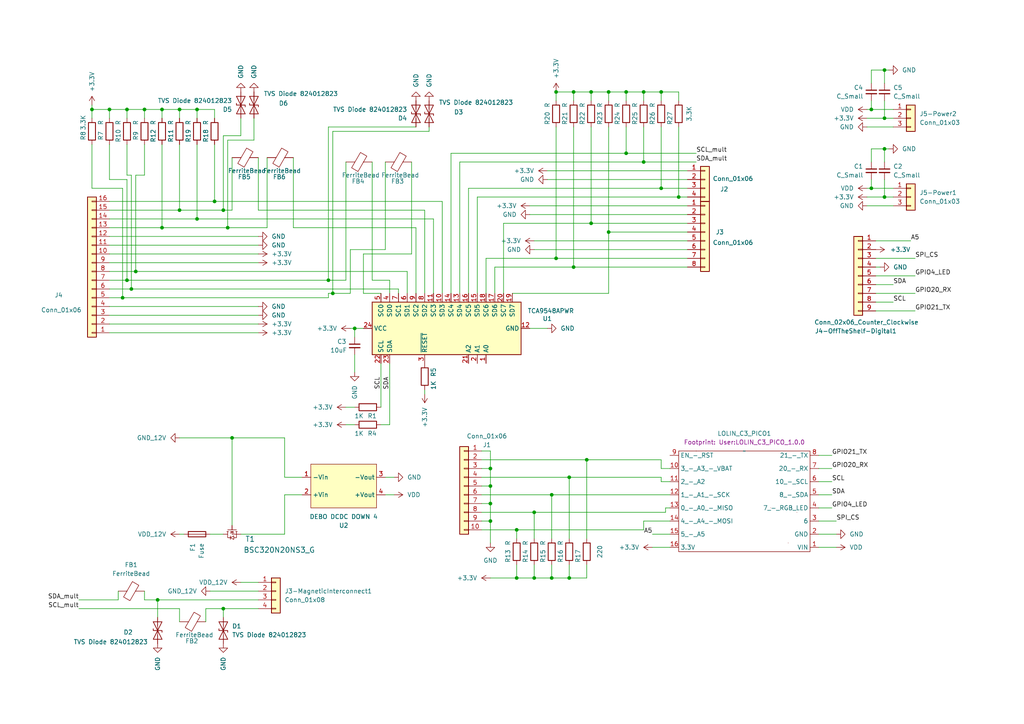
<source format=kicad_sch>
(kicad_sch (version 20231120) (generator "eeschema") (generator_version "8.0")
  (paper "A4")
  (junction (at 57.15 63.5))
  (junction (at 142.24 151.13))
  (junction (at 171.45 64.77))
  (junction (at 181.61 44.45))
  (junction (at 166.37 26.67))
  (junction (at 256.54 20.32))
  (junction (at 142.24 140.97))
  (junction (at 102.87 95.25))
  (junction (at 154.94 148.59))
  (junction (at 45.72 173.99))
  (junction (at 171.45 26.67))
  (junction (at 46.99 66.04))
  (junction (at 166.37 77.47))
  (junction (at 57.15 31.75))
  (junction (at 161.29 74.93))
  (junction (at 62.23 58.42))
  (junction (at 191.77 26.67))
  (junction (at 46.99 31.75))
  (junction (at 36.83 31.75))
  (junction (at 196.85 57.15))
  (junction (at 149.86 167.64))
  (junction (at 256.54 57.15))
  (junction (at 66.04 66.04))
  (junction (at 95.25 81.28))
  (junction (at 67.31 127))
  (junction (at 252.73 54.61))
  (junction (at 256.54 43.18))
  (junction (at 165.1 167.64))
  (junction (at 36.83 81.28))
  (junction (at 64.77 176.53))
  (junction (at 256.54 34.29))
  (junction (at 160.02 143.51))
  (junction (at 154.94 167.64))
  (junction (at 26.67 31.75))
  (junction (at 41.91 31.75))
  (junction (at 161.29 26.67))
  (junction (at 142.24 146.05))
  (junction (at 181.61 26.67))
  (junction (at 96.52 85.09))
  (junction (at 160.02 167.64))
  (junction (at 31.75 31.75))
  (junction (at 38.1 83.82))
  (junction (at 191.77 54.61))
  (junction (at 165.1 138.43))
  (junction (at 176.53 26.67))
  (junction (at 64.77 60.96))
  (junction (at 39.37 78.74))
  (junction (at 252.73 31.75))
  (junction (at 52.07 60.96))
  (junction (at 186.69 26.67))
  (junction (at 52.07 31.75))
  (junction (at 170.18 133.35))
  (junction (at 142.24 135.89))
  (junction (at 176.53 67.31))
  (junction (at 149.86 153.67))
  (junction (at 186.69 46.99))
  (junction (at 35.56 86.36))
  (wire (pts (xy 189.23 158.75) (xy 194.31 158.75)))
  (wire (pts (xy 57.15 41.91) (xy 57.15 63.5)))
  (wire (pts (xy 139.7 151.13) (xy 142.24 151.13)))
  (wire (pts (xy 102.87 95.25) (xy 105.41 95.25)))
  (wire (pts (xy 170.18 133.35) (xy 191.77 133.35)))
  (wire (pts (xy 255.27 77.47) (xy 254 77.47)))
  (wire (pts (xy 256.54 20.32) (xy 257.81 20.32)))
  (wire (pts (xy 111.76 143.51) (xy 114.3 143.51)))
  (wire (pts (xy 118.11 78.74) (xy 118.11 85.09)))
  (wire (pts (xy 124.46 36.83) (xy 124.46 38.1)))
  (wire (pts (xy 31.75 78.74) (xy 39.37 78.74)))
  (wire (pts (xy 38.1 50.8) (xy 38.1 83.82)))
  (wire (pts (xy 57.15 31.75) (xy 57.15 34.29)))
  (wire (pts (xy 95.25 36.83) (xy 95.25 81.28)))
  (wire (pts (xy 189.23 154.94) (xy 194.31 154.94)))
  (wire (pts (xy 160.02 143.51) (xy 194.31 143.51)))
  (wire (pts (xy 105.41 73.66) (xy 105.41 85.09)))
  (wire (pts (xy 154.94 72.39) (xy 199.39 72.39)))
  (wire (pts (xy 139.7 140.97) (xy 142.24 140.97)))
  (wire (pts (xy 256.54 34.29) (xy 259.08 34.29)))
  (wire (pts (xy 143.51 85.09) (xy 143.51 77.47)))
  (wire (pts (xy 31.75 91.44) (xy 74.93 91.44)))
  (wire (pts (xy 82.55 143.51) (xy 87.63 143.51)))
  (wire (pts (xy 74.93 60.96) (xy 123.19 60.96)))
  (wire (pts (xy 60.96 171.45) (xy 74.93 171.45)))
  (wire (pts (xy 139.7 146.05) (xy 142.24 146.05)))
  (wire (pts (xy 153.67 59.69) (xy 199.39 59.69)))
  (wire (pts (xy 96.52 85.09) (xy 101.6 85.09)))
  (wire (pts (xy 57.15 63.5) (xy 125.73 63.5)))
  (wire (pts (xy 142.24 140.97) (xy 142.24 146.05)))
  (wire (pts (xy 251.46 36.83) (xy 259.08 36.83)))
  (wire (pts (xy 139.7 130.81) (xy 142.24 130.81)))
  (wire (pts (xy 77.47 45.72) (xy 77.47 66.04)))
  (wire (pts (xy 82.55 154.94) (xy 82.55 143.51)))
  (wire (pts (xy 196.85 57.15) (xy 199.39 57.15)))
  (wire (pts (xy 41.91 31.75) (xy 41.91 34.29)))
  (wire (pts (xy 36.83 50.8) (xy 38.1 50.8)))
  (wire (pts (xy 256.54 29.21) (xy 256.54 34.29)))
  (wire (pts (xy 176.53 36.83) (xy 176.53 67.31)))
  (wire (pts (xy 139.7 133.35) (xy 170.18 133.35)))
  (wire (pts (xy 31.75 81.28) (xy 36.83 81.28)))
  (wire (pts (xy 38.1 83.82) (xy 31.75 83.82)))
  (wire (pts (xy 191.77 36.83) (xy 191.77 54.61)))
  (wire (pts (xy 135.89 54.61) (xy 135.89 85.09)))
  (wire (pts (xy 139.7 153.67) (xy 149.86 153.67)))
  (wire (pts (xy 115.57 83.82) (xy 115.57 85.09)))
  (wire (pts (xy 135.89 54.61) (xy 191.77 54.61)))
  (wire (pts (xy 100.33 46.99) (xy 100.33 81.28)))
  (wire (pts (xy 52.07 176.53) (xy 52.07 180.34)))
  (wire (pts (xy 66.04 40.64) (xy 66.04 66.04)))
  (wire (pts (xy 101.6 72.39) (xy 101.6 85.09)))
  (wire (pts (xy 64.77 179.07) (xy 64.77 176.53)))
  (wire (pts (xy 142.24 130.81) (xy 142.24 135.89)))
  (wire (pts (xy 46.99 31.75) (xy 46.99 34.29)))
  (wire (pts (xy 31.75 31.75) (xy 31.75 34.29)))
  (wire (pts (xy 149.86 167.64) (xy 154.94 167.64)))
  (wire (pts (xy 254 82.55) (xy 259.08 82.55)))
  (wire (pts (xy 148.59 85.09) (xy 176.53 85.09)))
  (wire (pts (xy 102.87 102.87) (xy 102.87 107.95)))
  (wire (pts (xy 252.73 43.18) (xy 256.54 43.18)))
  (wire (pts (xy 254 74.93) (xy 265.43 74.93)))
  (wire (pts (xy 31.75 63.5) (xy 57.15 63.5)))
  (wire (pts (xy 160.02 167.64) (xy 165.1 167.64)))
  (wire (pts (xy 256.54 52.07) (xy 256.54 57.15)))
  (wire (pts (xy 133.35 85.09) (xy 133.35 46.99)))
  (wire (pts (xy 57.15 31.75) (xy 62.23 31.75)))
  (wire (pts (xy 52.07 60.96) (xy 64.77 60.96)))
  (wire (pts (xy 120.65 36.83) (xy 95.25 36.83)))
  (wire (pts (xy 251.46 57.15) (xy 256.54 57.15)))
  (wire (pts (xy 46.99 41.91) (xy 46.99 66.04)))
  (wire (pts (xy 254 90.17) (xy 265.43 90.17)))
  (wire (pts (xy 73.66 40.64) (xy 66.04 40.64)))
  (wire (pts (xy 67.31 45.72) (xy 67.31 60.96)))
  (wire (pts (xy 140.97 74.93) (xy 140.97 85.09)))
  (wire (pts (xy 237.49 132.08) (xy 241.3 132.08)))
  (wire (pts (xy 186.69 26.67) (xy 186.69 29.21)))
  (wire (pts (xy 196.85 26.67) (xy 196.85 29.21)))
  (wire (pts (xy 161.29 26.67) (xy 161.29 29.21)))
  (wire (pts (xy 41.91 171.45) (xy 41.91 173.99)))
  (wire (pts (xy 110.49 123.19) (xy 113.03 123.19)))
  (wire (pts (xy 170.18 133.35) (xy 170.18 156.21)))
  (wire (pts (xy 59.69 176.53) (xy 64.77 176.53)))
  (wire (pts (xy 105.41 85.09) (xy 110.49 85.09)))
  (wire (pts (xy 101.6 95.25) (xy 102.87 95.25)))
  (wire (pts (xy 154.94 148.59) (xy 154.94 156.21)))
  (wire (pts (xy 176.53 26.67) (xy 181.61 26.67)))
  (wire (pts (xy 252.73 46.99) (xy 252.73 43.18)))
  (wire (pts (xy 31.75 31.75) (xy 36.83 31.75)))
  (wire (pts (xy 237.49 154.94) (xy 242.57 154.94)))
  (wire (pts (xy 191.77 26.67) (xy 196.85 26.67)))
  (wire (pts (xy 256.54 43.18) (xy 256.54 46.99)))
  (wire (pts (xy 143.51 77.47) (xy 166.37 77.47)))
  (wire (pts (xy 171.45 26.67) (xy 171.45 29.21)))
  (wire (pts (xy 34.29 171.45) (xy 34.29 173.99)))
  (wire (pts (xy 82.55 138.43) (xy 87.63 138.43)))
  (wire (pts (xy 166.37 36.83) (xy 166.37 77.47)))
  (wire (pts (xy 120.65 66.04) (xy 120.65 85.09)))
  (wire (pts (xy 138.43 57.15) (xy 138.43 85.09)))
  (wire (pts (xy 22.86 176.53) (xy 52.07 176.53)))
  (wire (pts (xy 186.69 153.67) (xy 186.69 151.13)))
  (wire (pts (xy 186.69 26.67) (xy 191.77 26.67)))
  (wire (pts (xy 191.77 138.43) (xy 191.77 139.7)))
  (wire (pts (xy 64.77 60.96) (xy 67.31 60.96)))
  (wire (pts (xy 69.85 39.37) (xy 64.77 39.37)))
  (wire (pts (xy 35.56 54.61) (xy 35.56 86.36)))
  (wire (pts (xy 85.09 45.72) (xy 85.09 66.04)))
  (wire (pts (xy 95.25 85.09) (xy 96.52 85.09)))
  (wire (pts (xy 254 85.09) (xy 265.43 85.09)))
  (wire (pts (xy 59.69 176.53) (xy 59.69 180.34)))
  (wire (pts (xy 128.27 58.42) (xy 128.27 85.09)))
  (wire (pts (xy 251.46 31.75) (xy 252.73 31.75)))
  (wire (pts (xy 161.29 74.93) (xy 199.39 74.93)))
  (wire (pts (xy 41.91 173.99) (xy 45.72 173.99)))
  (wire (pts (xy 111.76 138.43) (xy 114.3 138.43)))
  (wire (pts (xy 74.93 168.91) (xy 69.85 168.91)))
  (wire (pts (xy 139.7 143.51) (xy 160.02 143.51)))
  (wire (pts (xy 138.43 57.15) (xy 196.85 57.15)))
  (wire (pts (xy 193.04 147.32) (xy 194.31 147.32)))
  (wire (pts (xy 45.72 173.99) (xy 45.72 179.07)))
  (wire (pts (xy 31.75 76.2) (xy 74.93 76.2)))
  (wire (pts (xy 237.49 151.13) (xy 242.57 151.13)))
  (wire (pts (xy 26.67 54.61) (xy 35.56 54.61)))
  (wire (pts (xy 85.09 66.04) (xy 120.65 66.04)))
  (wire (pts (xy 170.18 163.83) (xy 170.18 167.64)))
  (wire (pts (xy 181.61 26.67) (xy 186.69 26.67)))
  (wire (pts (xy 102.87 95.25) (xy 102.87 97.79)))
  (wire (pts (xy 69.85 154.94) (xy 82.55 154.94)))
  (wire (pts (xy 186.69 46.99) (xy 201.93 46.99)))
  (wire (pts (xy 146.05 64.77) (xy 171.45 64.77)))
  (wire (pts (xy 171.45 26.67) (xy 176.53 26.67)))
  (wire (pts (xy 119.38 46.99) (xy 119.38 73.66)))
  (wire (pts (xy 251.46 59.69) (xy 259.08 59.69)))
  (wire (pts (xy 31.75 68.58) (xy 74.93 68.58)))
  (wire (pts (xy 186.69 151.13) (xy 194.31 151.13)))
  (wire (pts (xy 142.24 146.05) (xy 142.24 151.13)))
  (wire (pts (xy 95.25 81.28) (xy 100.33 81.28)))
  (wire (pts (xy 142.24 151.13) (xy 142.24 157.48)))
  (wire (pts (xy 171.45 36.83) (xy 171.45 64.77)))
  (wire (pts (xy 160.02 163.83) (xy 160.02 167.64)))
  (wire (pts (xy 252.73 24.13) (xy 252.73 20.32)))
  (wire (pts (xy 73.66 34.29) (xy 73.66 40.64)))
  (wire (pts (xy 165.1 163.83) (xy 165.1 167.64)))
  (wire (pts (xy 39.37 78.74) (xy 118.11 78.74)))
  (wire (pts (xy 191.77 135.89) (xy 194.31 135.89)))
  (wire (pts (xy 74.93 45.72) (xy 74.93 60.96)))
  (wire (pts (xy 140.97 74.93) (xy 161.29 74.93)))
  (wire (pts (xy 154.94 148.59) (xy 193.04 148.59)))
  (wire (pts (xy 181.61 26.67) (xy 181.61 29.21)))
  (wire (pts (xy 45.72 173.99) (xy 74.93 173.99)))
  (wire (pts (xy 252.73 52.07) (xy 252.73 54.61)))
  (wire (pts (xy 251.46 34.29) (xy 256.54 34.29)))
  (wire (pts (xy 237.49 135.89) (xy 241.3 135.89)))
  (wire (pts (xy 31.75 41.91) (xy 31.75 52.07)))
  (wire (pts (xy 31.75 66.04) (xy 46.99 66.04)))
  (wire (pts (xy 26.67 31.75) (xy 26.67 34.29)))
  (wire (pts (xy 52.07 154.94) (xy 53.34 154.94)))
  (wire (pts (xy 69.85 34.29) (xy 69.85 39.37)))
  (wire (pts (xy 252.73 31.75) (xy 259.08 31.75)))
  (wire (pts (xy 160.02 143.51) (xy 160.02 156.21)))
  (wire (pts (xy 165.1 138.43) (xy 165.1 156.21)))
  (wire (pts (xy 41.91 41.91) (xy 41.91 50.8)))
  (wire (pts (xy 154.94 69.85) (xy 199.39 69.85)))
  (wire (pts (xy 125.73 63.5) (xy 125.73 85.09)))
  (wire (pts (xy 22.86 173.99) (xy 34.29 173.99)))
  (wire (pts (xy 111.76 72.39) (xy 101.6 72.39)))
  (wire (pts (xy 149.86 163.83) (xy 149.86 167.64)))
  (wire (pts (xy 31.75 58.42) (xy 62.23 58.42)))
  (wire (pts (xy 36.83 31.75) (xy 41.91 31.75)))
  (wire (pts (xy 154.94 167.64) (xy 160.02 167.64)))
  (wire (pts (xy 256.54 43.18) (xy 257.81 43.18)))
  (wire (pts (xy 46.99 31.75) (xy 52.07 31.75)))
  (wire (pts (xy 142.24 167.64) (xy 149.86 167.64)))
  (wire (pts (xy 158.75 49.53) (xy 199.39 49.53)))
  (wire (pts (xy 176.53 85.09) (xy 176.53 67.31)))
  (wire (pts (xy 186.69 36.83) (xy 186.69 46.99)))
  (wire (pts (xy 139.7 135.89) (xy 142.24 135.89)))
  (wire (pts (xy 251.46 54.61) (xy 252.73 54.61)))
  (wire (pts (xy 26.67 30.48) (xy 26.67 31.75)))
  (wire (pts (xy 31.75 88.9) (xy 74.93 88.9)))
  (wire (pts (xy 36.83 41.91) (xy 36.83 50.8)))
  (wire (pts (xy 181.61 36.83) (xy 181.61 44.45)))
  (wire (pts (xy 95.25 86.36) (xy 95.25 85.09)))
  (wire (pts (xy 100.33 118.11) (xy 102.87 118.11)))
  (wire (pts (xy 123.19 113.03) (xy 123.19 114.3)))
  (wire (pts (xy 149.86 153.67) (xy 149.86 156.21)))
  (wire (pts (xy 191.77 26.67) (xy 191.77 29.21)))
  (wire (pts (xy 130.81 44.45) (xy 181.61 44.45)))
  (wire (pts (xy 176.53 26.67) (xy 176.53 29.21)))
  (wire (pts (xy 161.29 26.67) (xy 166.37 26.67)))
  (wire (pts (xy 31.75 86.36) (xy 35.56 86.36)))
  (wire (pts (xy 31.75 96.52) (xy 74.93 96.52)))
  (wire (pts (xy 237.49 158.75) (xy 242.57 158.75)))
  (wire (pts (xy 191.77 133.35) (xy 191.77 135.89)))
  (wire (pts (xy 191.77 139.7) (xy 194.31 139.7)))
  (wire (pts (xy 181.61 44.45) (xy 201.93 44.45)))
  (wire (pts (xy 176.53 67.31) (xy 199.39 67.31)))
  (wire (pts (xy 31.75 73.66) (xy 74.93 73.66)))
  (wire (pts (xy 26.67 41.91) (xy 26.67 54.61)))
  (wire (pts (xy 237.49 147.32) (xy 241.3 147.32)))
  (wire (pts (xy 133.35 46.99) (xy 186.69 46.99)))
  (wire (pts (xy 119.38 73.66) (xy 105.41 73.66)))
  (wire (pts (xy 124.46 38.1) (xy 96.52 38.1)))
  (wire (pts (xy 252.73 29.21) (xy 252.73 31.75)))
  (wire (pts (xy 31.75 60.96) (xy 52.07 60.96)))
  (wire (pts (xy 64.77 39.37) (xy 64.77 60.96)))
  (wire (pts (xy 237.49 139.7) (xy 241.3 139.7)))
  (wire (pts (xy 41.91 31.75) (xy 46.99 31.75)))
  (wire (pts (xy 142.24 135.89) (xy 142.24 140.97)))
  (wire (pts (xy 52.07 41.91) (xy 52.07 60.96)))
  (wire (pts (xy 254 69.85) (xy 264.16 69.85)))
  (wire (pts (xy 111.76 46.99) (xy 111.76 72.39)))
  (wire (pts (xy 123.19 60.96) (xy 123.19 85.09)))
  (wire (pts (xy 153.67 62.23) (xy 199.39 62.23)))
  (wire (pts (xy 62.23 41.91) (xy 62.23 58.42)))
  (wire (pts (xy 158.75 52.07) (xy 199.39 52.07)))
  (wire (pts (xy 52.07 31.75) (xy 57.15 31.75)))
  (wire (pts (xy 38.1 83.82) (xy 115.57 83.82)))
  (wire (pts (xy 154.94 163.83) (xy 154.94 167.64)))
  (wire (pts (xy 67.31 127) (xy 82.55 127)))
  (wire (pts (xy 139.7 148.59) (xy 154.94 148.59)))
  (wire (pts (xy 254 80.01) (xy 265.43 80.01)))
  (wire (pts (xy 96.52 38.1) (xy 96.52 85.09)))
  (wire (pts (xy 110.49 105.41) (xy 110.49 118.11)))
  (wire (pts (xy 252.73 20.32) (xy 256.54 20.32)))
  (wire (pts (xy 62.23 31.75) (xy 62.23 34.29)))
  (wire (pts (xy 107.95 46.99) (xy 107.95 81.28)))
  (wire (pts (xy 113.03 105.41) (xy 113.03 123.19)))
  (wire (pts (xy 193.04 148.59) (xy 193.04 147.32)))
  (wire (pts (xy 252.73 54.61) (xy 259.08 54.61)))
  (wire (pts (xy 60.96 154.94) (xy 64.77 154.94)))
  (wire (pts (xy 166.37 26.67) (xy 171.45 26.67)))
  (wire (pts (xy 191.77 54.61) (xy 199.39 54.61)))
  (wire (pts (xy 166.37 26.67) (xy 166.37 29.21)))
  (wire (pts (xy 36.83 52.07) (xy 36.83 81.28)))
  (wire (pts (xy 64.77 176.53) (xy 74.93 176.53)))
  (wire (pts (xy 256.54 20.32) (xy 256.54 24.13)))
  (wire (pts (xy 62.23 58.42) (xy 128.27 58.42)))
  (wire (pts (xy 41.91 50.8) (xy 39.37 50.8)))
  (wire (pts (xy 36.83 31.75) (xy 36.83 34.29)))
  (wire (pts (xy 153.67 95.25) (xy 158.75 95.25)))
  (wire (pts (xy 161.29 36.83) (xy 161.29 74.93)))
  (wire (pts (xy 107.95 81.28) (xy 113.03 81.28)))
  (wire (pts (xy 171.45 64.77) (xy 199.39 64.77)))
  (wire (pts (xy 52.07 127) (xy 67.31 127)))
  (wire (pts (xy 31.75 52.07) (xy 36.83 52.07)))
  (wire (pts (xy 149.86 153.67) (xy 186.69 153.67)))
  (wire (pts (xy 166.37 77.47) (xy 199.39 77.47)))
  (wire (pts (xy 31.75 93.98) (xy 74.93 93.98)))
  (wire (pts (xy 46.99 66.04) (xy 66.04 66.04)))
  (wire (pts (xy 52.07 31.75) (xy 52.07 34.29)))
  (wire (pts (xy 39.37 50.8) (xy 39.37 78.74)))
  (wire (pts (xy 139.7 138.43) (xy 165.1 138.43)))
  (wire (pts (xy 237.49 143.51) (xy 241.3 143.51)))
  (wire (pts (xy 130.81 85.09) (xy 130.81 44.45)))
  (wire (pts (xy 100.33 123.19) (xy 102.87 123.19)))
  (wire (pts (xy 113.03 81.28) (xy 113.03 85.09)))
  (wire (pts (xy 26.67 31.75) (xy 31.75 31.75)))
  (wire (pts (xy 35.56 86.36) (xy 95.25 86.36)))
  (wire (pts (xy 36.83 81.28) (xy 95.25 81.28)))
  (wire (pts (xy 196.85 36.83) (xy 196.85 57.15)))
  (wire (pts (xy 146.05 85.09) (xy 146.05 64.77)))
  (wire (pts (xy 165.1 167.64) (xy 170.18 167.64)))
  (wire (pts (xy 165.1 138.43) (xy 191.77 138.43)))
  (wire (pts (xy 256.54 57.15) (xy 259.08 57.15)))
  (wire (pts (xy 31.75 71.12) (xy 74.93 71.12)))
  (wire (pts (xy 254 87.63) (xy 259.08 87.63)))
  (wire (pts (xy 82.55 138.43) (xy 82.55 127)))
  (wire (pts (xy 66.04 66.04) (xy 77.47 66.04)))
  (wire (pts (xy 67.31 152.4) (xy 67.31 127)))
  (label "GPIO20_RX" (at 241.3 135.89 0))
  (label "GPIO4_LED" (at 241.3 147.32 0))
  (label "SCL" (at 259.08 87.63 0))
  (label "SDA_mult" (at 22.86 173.99 180))
  (label "A5" (at 264.16 69.85 0))
  (label "SDA" (at 241.3 143.51 0))
  (label "A5" (at 189.23 154.94 180))
  (label "SCL" (at 241.3 139.7 0))
  (label "SCL_mult" (at 201.93 44.45 0))
  (label "GPIO4_LED" (at 265.43 80.01 0))
  (label "SPI_CS" (at 242.57 151.13 0))
  (label "GPIO20_RX" (at 265.43 85.09 0))
  (label "SCL" (at 110.49 109.22 270))
  (label "SPI_CS" (at 265.43 74.93 0))
  (label "GPIO21_TX" (at 265.43 90.17 0))
  (label "SDA_mult" (at 201.93 46.99 0))
  (label "SDA" (at 113.03 109.22 270))
  (label "SDA" (at 259.08 82.55 0))
  (label "GPIO21_TX" (at 241.3 132.08 0))
  (label "SCL_mult" (at 22.86 176.53 180))
  (symbol (lib_id "UserDefined:LOLIN_C3_PICO_1.0.0") (at 215.9 130.81 0) (unit 1)
    (property "Reference" "LOLIN_C3_PICO1" (at 215.9 125.73 0))
    (property "Value" "~" (at 215.9 130.81 0))
    (property "Footprint" "User:LOLIN_C3_PICO_1.0.0" (at 215.9 128.27 0) (show_name yes))
    (property "Datasheet" "https://www.espressif.com/sites/default/files/documentation/esp32-c3_datasheet_en.pdf" (effects (hide yes)))
  )
  (symbol (lib_id "power:GND") (at 74.93 71.12 90) (mirror x) (unit 1)
    (property "Reference" "#PWR028" (effects (hide yes)))
    (property "Value" "GND" (at 78.74 71.1199 90) (effects (justify right)))
  )
  (symbol (lib_id "power:GND") (at 102.87 107.95 0) (unit 1)
    (property "Reference" "#PWR015" (effects (hide yes)))
    (property "Value" "GND" (at 102.87 111.76 90) (effects (justify right)))
  )
  (symbol (lib_id "Device:R") (at 106.68 123.19 90) (unit 1)
    (property "Reference" "R4" (at 107.95 125.73 90))
    (property "Value" "1K" (at 104.14 125.73 90))
    (property "Footprint" "Resistor_SMD:R_0805_2012Metric_Pad1.20x1.40mm_HandSolder" (effects (hide yes)))
  )
  (symbol (lib_id "Connector_Generic:Conn_01x08") (at 204.47 67.31 0) (unit 1)
    (property "Reference" "J3" (at 208.788 67.31 0))
    (property "Value" "Conn_01x06" (at 212.598 70.358 0))
    (property "Footprint" "Connector_PinHeader_2.54mm:PinHeader_1x08_P2.54mm_Vertical" (effects (hide yes)))
    (property "Description" "Generic connector, single row, 01x08, script generated (kicad-library-utils/schlib/autogen/connector/)" (effects (hide yes)))
  )
  (symbol (lib_id "power:+3.3V") (at 74.93 93.98 270) (unit 1)
    (property "Reference" "#PWR031" (effects (hide yes)))
    (property "Value" "+3.3V" (at 78.74 93.98 90) (effects (justify left)))
  )
  (symbol (lib_id "Diode:SMAJ400CA") (at 124.46 33.02 270) (unit 1)
    (property "Reference" "D3" (at 134.366 32.512 90) (effects (justify right)))
    (property "Value" "TVS Diode 824012823" (at 148.844 29.718 90) (effects (justify right)))
    (property "Footprint" "Resistor_SMD:R_0603_1608Metric_Pad0.98x0.95mm_HandSolder" (effects (hide yes)))
    (property "Datasheet" "https://www.littelfuse.com/media?resourcetype=datasheets&itemid=75e32973-b177-4ee3-a0ff-cedaf1abdb93&filename=smaj-datasheet" (effects (hide yes)))
    (property "Description" "600W bidirectional Transient Voltage Suppressor, 400.0Vr, SMA(DO-214AC)" (effects (hide yes)))
  )
  (symbol (lib_id "power:VDD") (at 52.07 154.94 90) (mirror x) (unit 1)
    (property "Reference" "#PWR021" (effects (hide yes)))
    (property "Value" "VDD_12V" (at 48.26 154.94 90) (effects (justify left)))
  )
  (symbol (lib_id "Device:FerriteBead") (at 38.1 171.45 90) (unit 1)
    (property "Reference" "FB1" (at 38.0492 163.83 90))
    (property "Value" "FerriteBead" (at 38.0492 166.37 90))
    (property "Footprint" "Resistor_SMD:R_0805_2012Metric_Pad1.20x1.40mm_HandSolder" (effects (hide yes)))
    (property "Description" "Ferrite bead" (effects (hide yes)))
  )
  (symbol (lib_id "power:GND") (at 69.85 26.67 180) (unit 1)
    (property "Reference" "#PWR051" (effects (hide yes)))
    (property "Value" "GND" (at 69.8499 22.86 90) (effects (justify right)))
  )
  (symbol (lib_id "Diode:SMAJ250CA") (at 69.85 30.48 270) (unit 1)
    (property "Reference" "D5" (at 67.31 31.7501 90) (effects (justify right)))
    (property "Value" "TVS Diode 824012823" (at 67.31 29.2101 90) (effects (justify right)))
    (property "Footprint" "Resistor_SMD:R_0603_1608Metric_Pad0.98x0.95mm_HandSolder" (effects (hide yes)))
    (property "Datasheet" "https://www.littelfuse.com/media?resourcetype=datasheets&itemid=75e32973-b177-4ee3-a0ff-cedaf1abdb93&filename=smaj-datasheet" (effects (hide yes)))
    (property "Description" "600W bidirectional Transient Voltage Suppressor, 250.0Vr, SMA(DO-214AC)" (effects (hide yes)))
  )
  (symbol (lib_id "power:GND") (at 45.72 186.69 0) (unit 1)
    (property "Reference" "#PWR038" (effects (hide yes)))
    (property "Value" "GND" (at 45.7201 190.5 90) (effects (justify right)))
  )
  (symbol (lib_id "power:GND") (at 154.94 72.39 270) (unit 1)
    (property "Reference" "#PWR050" (effects (hide yes)))
    (property "Value" "GND" (at 151.13 72.3901 90) (effects (justify right)))
  )
  (symbol (lib_id "Device:R") (at 166.37 33.02 0) (unit 1)
    (property "Reference" "R21" (at 163.83 34.29 90))
    (property "Value" "R" (at 163.83 30.48 90))
    (property "Footprint" "Resistor_SMD:R_0805_2012Metric_Pad1.20x1.40mm_HandSolder" (effects (hide yes)))
  )
  (symbol (lib_id "power:+3.3V") (at 100.33 118.11 90) (unit 1)
    (property "Reference" "#PWR016" (effects (hide yes)))
    (property "Value" "+3.3V" (at 96.52 118.11 90) (effects (justify left)))
  )
  (symbol (lib_id "power:GND") (at 257.81 20.32 90) (unit 1)
    (property "Reference" "#PWR026" (effects (hide yes)))
    (property "Value" "GND" (at 261.62 20.32 90) (effects (justify right)))
  )
  (symbol (lib_id "Diode:SMAJ400CA") (at 45.72 182.88 90) (unit 1)
    (property "Reference" "D2" (at 35.814 183.388 90) (effects (justify right)))
    (property "Value" "TVS Diode 824012823" (at 21.336 186.182 90) (effects (justify right)))
    (property "Footprint" "Resistor_SMD:R_0603_1608Metric_Pad0.98x0.95mm_HandSolder" (effects (hide yes)))
    (property "Datasheet" "https://www.littelfuse.com/media?resourcetype=datasheets&itemid=75e32973-b177-4ee3-a0ff-cedaf1abdb93&filename=smaj-datasheet" (effects (hide yes)))
    (property "Description" "600W bidirectional Transient Voltage Suppressor, 400.0Vr, SMA(DO-214AC)" (effects (hide yes)))
  )
  (symbol (lib_id "power:+3.3V") (at 123.19 114.3 180) (unit 1)
    (property "Reference" "#PWR020" (effects (hide yes)))
    (property "Value" "+3.3V" (at 123.19 118.11 90) (effects (justify left)))
  )
  (symbol (lib_id "power:GND") (at 60.96 171.45 270) (unit 1)
    (property "Reference" "#PWR011" (effects (hide yes)))
    (property "Value" "GND_12V" (at 57.15 171.4499 90) (effects (justify right)))
  )
  (symbol (lib_id "Diode:SMAJ250CA") (at 120.65 33.02 270) (unit 1)
    (property "Reference" "D4" (at 118.11 34.2901 90) (effects (justify right)))
    (property "Value" "TVS Diode 824012823" (at 118.11 31.7501 90) (effects (justify right)))
    (property "Footprint" "Resistor_SMD:R_0603_1608Metric_Pad0.98x0.95mm_HandSolder" (effects (hide yes)))
    (property "Datasheet" "https://www.littelfuse.com/media?resourcetype=datasheets&itemid=75e32973-b177-4ee3-a0ff-cedaf1abdb93&filename=smaj-datasheet" (effects (hide yes)))
    (property "Description" "600W bidirectional Transient Voltage Suppressor, 250.0Vr, SMA(DO-214AC)" (effects (hide yes)))
  )
  (symbol (lib_id "Device:R") (at 106.68 118.11 90) (unit 1)
    (property "Reference" "R1" (at 107.95 120.65 90))
    (property "Value" "1K" (at 104.14 120.65 90))
    (property "Footprint" "Resistor_SMD:R_0805_2012Metric_Pad1.20x1.40mm_HandSolder" (effects (hide yes)))
  )
  (symbol (lib_id "Device:FerriteBead") (at 55.88 180.34 270) (unit 1)
    (property "Reference" "FB2" (at 55.626 185.928 90))
    (property "Value" "FerriteBead" (at 56.388 184.15 90))
    (property "Footprint" "Resistor_SMD:R_0805_2012Metric_Pad1.20x1.40mm_HandSolder" (effects (hide yes)))
    (property "Description" "Ferrite bead" (effects (hide yes)))
  )
  (symbol (lib_id "Device:R") (at 181.61 33.02 0) (unit 1)
    (property "Reference" "R24" (at 179.07 34.29 90))
    (property "Value" "R" (at 179.07 30.48 90))
    (property "Footprint" "Resistor_SMD:R_0805_2012Metric_Pad1.20x1.40mm_HandSolder" (effects (hide yes)))
  )
  (symbol (lib_id "Device:R") (at 191.77 33.02 0) (unit 1)
    (property "Reference" "R26" (at 189.23 34.29 90))
    (property "Value" "R" (at 189.23 30.48 90))
    (property "Footprint" "Resistor_SMD:R_0805_2012Metric_Pad1.20x1.40mm_HandSolder" (effects (hide yes)))
  )
  (symbol (lib_id "Device:R") (at 176.53 33.02 0) (unit 1)
    (property "Reference" "R23" (at 173.99 34.29 90))
    (property "Value" "R" (at 173.99 30.48 90))
    (property "Footprint" "Resistor_SMD:R_0805_2012Metric_Pad1.20x1.40mm_HandSolder" (effects (hide yes)))
  )
  (symbol (lib_id "power:+3.3V") (at 251.46 34.29 90) (unit 1)
    (property "Reference" "#PWR024" (effects (hide yes)))
    (property "Value" "+3.3V" (at 247.65 34.29 90) (effects (justify left)))
  )
  (symbol (lib_id "Device:FerriteBead") (at 115.57 46.99 270) (unit 1)
    (property "Reference" "FB3" (at 115.316 52.578 90))
    (property "Value" "FerriteBead" (at 116.078 50.8 90))
    (property "Footprint" "Resistor_SMD:R_0805_2012Metric_Pad1.20x1.40mm_HandSolder" (effects (hide yes)))
    (property "Description" "Ferrite bead" (effects (hide yes)))
  )
  (symbol (lib_id "Device:R") (at 46.99 38.1 0) (unit 1)
    (property "Reference" "R12" (at 44.45 39.37 90))
    (property "Value" "R" (at 44.45 35.56 90))
    (property "Footprint" "Resistor_SMD:R_0805_2012Metric_Pad1.20x1.40mm_HandSolder" (effects (hide yes)))
  )
  (symbol (lib_id "power:+3.3V") (at 251.46 57.15 90) (unit 1)
    (property "Reference" "#PWR04" (effects (hide yes)))
    (property "Value" "+3.3V" (at 247.65 57.15 90) (effects (justify left)))
  )
  (symbol (lib_id "Device:R") (at 161.29 33.02 0) (unit 1)
    (property "Reference" "R20" (at 158.75 34.29 90))
    (property "Value" "R" (at 158.75 30.48 90))
    (property "Footprint" "Resistor_SMD:R_0805_2012Metric_Pad1.20x1.40mm_HandSolder" (effects (hide yes)))
  )
  (symbol (lib_id "Device:Fuse") (at 57.15 154.94 90) (mirror x) (unit 1)
    (property "Reference" "F1" (at 55.8799 157.48 0) (effects (justify left)))
    (property "Value" "Fuse" (at 58.4199 157.48 0) (effects (justify left)))
    (property "Footprint" "Fuse:Fuse_0805_2012Metric_Pad1.15x1.40mm_HandSolder" (effects (hide yes)))
    (property "Description" "Fuse" (effects (hide yes)))
  )
  (symbol (lib_id "Device:R") (at 123.19 109.22 180) (unit 1)
    (property "Reference" "R5" (at 125.73 107.95 90))
    (property "Value" "1K" (at 125.73 111.76 90))
    (property "Footprint" "Resistor_SMD:R_0805_2012Metric_Pad1.20x1.40mm_HandSolder" (effects (hide yes)))
  )
  (symbol (lib_id "Device:R") (at 57.15 38.1 0) (unit 1)
    (property "Reference" "R19" (at 54.61 39.37 90))
    (property "Value" "R" (at 54.61 35.56 90))
    (property "Footprint" "Resistor_SMD:R_0805_2012Metric_Pad1.20x1.40mm_HandSolder" (effects (hide yes)))
  )
  (symbol (lib_id "power:GND") (at 255.27 77.47 90) (unit 1)
    (property "Reference" "#PWR03" (effects (hide yes)))
    (property "Value" "GND" (at 259.08 77.47 90) (effects (justify right)))
  )
  (symbol (lib_id "buck_convertor:DEBO_DCDC_DOWN_4") (at 129.54 134.62 0) (mirror x) (unit 1)
    (property "Reference" "U2" (at 99.695 152.4 0))
    (property "Value" "DEBO DCDC DOWN 4" (at 99.695 149.86 0))
    (property "Footprint" "DEBO DCDC DOWN 4:DEBO DCDC DOWN 4" (effects (hide yes)))
  )
  (symbol (lib_id "Device:C_Small") (at 256.54 26.67 0) (unit 1)
    (property "Reference" "C5" (at 259.08 25.4063 0) (effects (justify left)))
    (property "Value" "C_Small" (at 259.08 27.9463 0) (effects (justify left)))
    (property "Footprint" "Capacitor_SMD:C_0805_2012Metric_Pad1.18x1.45mm_HandSolder" (effects (hide yes)))
  )
  (symbol (lib_id "Device:R") (at 170.18 160.02 0) (unit 1)
    (property "Reference" "R17" (at 167.64 161.29 90))
    (property "Value" "220" (at 173.99 160.02 90))
    (property "Footprint" "Resistor_SMD:R_0805_2012Metric_Pad1.20x1.40mm_HandSolder" (effects (hide yes)))
  )
  (symbol (lib_id "Device:FerriteBead") (at 104.14 46.99 270) (unit 1)
    (property "Reference" "FB4" (at 103.886 52.578 90))
    (property "Value" "FerriteBead" (at 104.648 50.8 90))
    (property "Footprint" "Resistor_SMD:R_0805_2012Metric_Pad1.20x1.40mm_HandSolder" (effects (hide yes)))
    (property "Description" "Ferrite bead" (effects (hide yes)))
  )
  (symbol (lib_id "Device:FerriteBead") (at 81.28 45.72 270) (unit 1)
    (property "Reference" "FB6" (at 81.026 51.308 90))
    (property "Value" "FerriteBead" (at 81.788 49.53 90))
    (property "Footprint" "Resistor_SMD:R_0805_2012Metric_Pad1.20x1.40mm_HandSolder" (effects (hide yes)))
    (property "Description" "Ferrite bead" (effects (hide yes)))
  )
  (symbol (lib_id "power:VDD") (at 114.3 143.51 270) (unit 1)
    (property "Reference" "#PWR014" (effects (hide yes)))
    (property "Value" "VDD" (at 118.11 143.5099 90) (effects (justify left)))
  )
  (symbol (lib_id "power:+3.3V") (at 101.6 95.25 90) (unit 1)
    (property "Reference" "#PWR012" (effects (hide yes)))
    (property "Value" "+3.3V" (at 97.79 95.25 90) (effects (justify left)))
  )
  (symbol (lib_id "power:+3.3V") (at 100.33 123.19 90) (unit 1)
    (property "Reference" "#PWR019" (effects (hide yes)))
    (property "Value" "+3.3V" (at 96.52 123.19 90) (effects (justify left)))
  )
  (symbol (lib_id "Connector_Generic:Conn_01x04") (at 204.47 52.07 0) (unit 1)
    (property "Reference" "J2" (at 210.058 54.864 0))
    (property "Value" "Conn_01x06" (at 212.598 51.816 0))
    (property "Footprint" "Connector_PinHeader_2.54mm:PinHeader_1x04_P2.54mm_Vertical" (effects (hide yes)))
    (property "Description" "Generic connector, single row, 01x04, script generated (kicad-library-utils/schlib/autogen/connector/)" (effects (hide yes)))
  )
  (symbol (lib_id "Connector_Generic:Conn_01x04") (at 80.01 171.45 0) (unit 1)
    (property "Reference" "J3-MagneticInterconnect1" (at 82.55 171.45 0) (effects (justify left)))
    (property "Value" "Conn_01x08" (at 82.55 173.99 0) (effects (justify left)))
    (property "Footprint" "Connector_JST:JST_VH_B4P-VH-B_1x04_P3.96mm_Vertical" (effects (hide yes)))
    (property "Description" "Generic connector, single row, 01x04, script generated (kicad-library-utils/schlib/autogen/connector/)" (effects (hide yes)))
  )
  (symbol (lib_id "Device:R") (at 36.83 38.1 0) (unit 1)
    (property "Reference" "R10" (at 34.29 39.37 90))
    (property "Value" "R" (at 34.29 35.56 90))
    (property "Footprint" "Resistor_SMD:R_0805_2012Metric_Pad1.20x1.40mm_HandSolder" (effects (hide yes)))
  )
  (symbol (lib_id "power:GND") (at 52.07 127 270) (mirror x) (unit 1)
    (property "Reference" "#PWR022" (effects (hide yes)))
    (property "Value" "GND_12V" (at 48.26 127.0001 90) (effects (justify right)))
  )
  (symbol (lib_id "Device:C_Small") (at 256.54 49.53 0) (unit 1)
    (property "Reference" "C2" (at 259.08 48.2663 0) (effects (justify left)))
    (property "Value" "C_Small" (at 259.08 50.8063 0) (effects (justify left)))
    (property "Footprint" "Capacitor_SMD:C_0805_2012Metric_Pad1.18x1.45mm_HandSolder" (effects (hide yes)))
  )
  (symbol (lib_id "Device:R") (at 165.1 160.02 0) (unit 1)
    (property "Reference" "R16" (at 162.56 161.29 90))
    (property "Value" "R" (at 162.56 157.48 90))
    (property "Footprint" "Resistor_SMD:R_0805_2012Metric_Pad1.20x1.40mm_HandSolder" (effects (hide yes)))
  )
  (symbol (lib_id "power:GND") (at 158.75 95.25 90) (unit 1)
    (property "Reference" "#PWR013" (effects (hide yes)))
    (property "Value" "GND" (at 162.56 95.25 90) (effects (justify right)))
  )
  (symbol (lib_id "power:GND") (at 74.93 88.9 90) (unit 1)
    (property "Reference" "#PWR034" (effects (hide yes)))
    (property "Value" "GND" (at 78.74 88.8999 90) (effects (justify right)))
  )
  (symbol (lib_id "power:+3.3V") (at 161.29 26.67 0) (unit 1)
    (property "Reference" "#PWR053" (effects (hide yes)))
    (property "Value" "+3.3V" (at 161.29 22.86 90) (effects (justify left)))
  )
  (symbol (lib_id "power:VDD") (at 69.85 168.91 90) (unit 1)
    (property "Reference" "#PWR010" (effects (hide yes)))
    (property "Value" "VDD_12V" (at 66.04 168.9099 90) (effects (justify left)))
  )
  (symbol (lib_id "power:+3.3V") (at 142.24 167.64 90) (mirror x) (unit 1)
    (property "Reference" "#PWR018" (effects (hide yes)))
    (property "Value" "+3.3V" (at 138.43 167.64 90) (effects (justify left)))
  )
  (symbol (lib_id "Device:R") (at 154.94 160.02 0) (unit 1)
    (property "Reference" "R14" (at 152.4 161.29 90))
    (property "Value" "R" (at 152.4 157.48 90))
    (property "Footprint" "Resistor_SMD:R_0805_2012Metric_Pad1.20x1.40mm_HandSolder" (effects (hide yes)))
  )
  (symbol (lib_id "power:+3.3V") (at 74.93 96.52 270) (unit 1)
    (property "Reference" "#PWR032" (effects (hide yes)))
    (property "Value" "+3.3V" (at 78.74 96.52 90) (effects (justify left)))
  )
  (symbol (lib_id "Device:R") (at 52.07 38.1 0) (unit 1)
    (property "Reference" "R11" (at 49.53 39.37 90))
    (property "Value" "R" (at 49.53 35.56 90))
    (property "Footprint" "Resistor_SMD:R_0805_2012Metric_Pad1.20x1.40mm_HandSolder" (effects (hide yes)))
  )
  (symbol (lib_id "Connector_Generic:Conn_01x10") (at 134.62 140.97 0) (mirror y) (unit 1)
    (property "Reference" "J1" (at 141.224 129.032 0))
    (property "Value" "Conn_01x06" (at 141.224 126.492 0))
    (property "Footprint" "Connector_PinHeader_2.54mm:PinHeader_2x05_P2.54mm_Vertical" (effects (hide yes)))
    (property "Description" "Generic connector, single row, 01x10, script generated (kicad-library-utils/schlib/autogen/connector/)" (effects (hide yes)))
  )
  (symbol (lib_id "power:VDD") (at 242.57 158.75 270) (unit 1)
    (property "Reference" "#PWR05" (effects (hide yes)))
    (property "Value" "VDD" (at 246.38 158.75 90) (effects (justify left)))
  )
  (symbol (lib_id "power:+3.3V") (at 153.67 59.69 90) (unit 1)
    (property "Reference" "#PWR049" (effects (hide yes)))
    (property "Value" "+3.3V" (at 149.86 59.69 90) (effects (justify left)))
  )
  (symbol (lib_id "power:VDD") (at 251.46 54.61 90) (unit 1)
    (property "Reference" "#PWR07" (effects (hide yes)))
    (property "Value" "VDD" (at 247.65 54.61 90) (effects (justify left)))
  )
  (symbol (lib_id "power:+3.3V") (at 26.67 30.48 0) (unit 1)
    (property "Reference" "#PWR037" (effects (hide yes)))
    (property "Value" "+3.3V" (at 26.67 26.67 90) (effects (justify left)))
  )
  (symbol (lib_id "Device:R") (at 186.69 33.02 0) (unit 1)
    (property "Reference" "R25" (at 184.15 34.29 90))
    (property "Value" "R" (at 184.15 30.48 90))
    (property "Footprint" "Resistor_SMD:R_0805_2012Metric_Pad1.20x1.40mm_HandSolder" (effects (hide yes)))
  )
  (symbol (lib_id "Connector_Generic:Conn_01x03") (at 264.16 34.29 0) (unit 1)
    (property "Reference" "J5-Power2" (at 266.7 33.02 0) (effects (justify left)))
    (property "Value" "Conn_01x03" (at 266.7 35.56 0) (effects (justify left)))
    (property "Footprint" "Connector_PinSocket_2.54mm:PinSocket_1x03_P2.54mm_Vertical" (effects (hide yes)))
  )
  (symbol (lib_id "power:+3.3V") (at 189.23 158.75 90) (unit 1)
    (property "Reference" "#PWR01" (effects (hide yes)))
    (property "Value" "+3.3V" (at 185.42 158.75 90) (effects (justify left)))
  )
  (symbol (lib_id "Connector_Generic:Conn_01x09") (at 248.92 80.01 0) (mirror y) (unit 1)
    (property "Reference" "J4-OffTheShelf-Digital1" (at 260.096 96.012 0) (effects (justify left)))
    (property "Value" "Conn_02x06_Counter_Clockwise" (at 266.446 93.472 0) (effects (justify left)))
    (property "Footprint" "Connector_PinHeader_2.54mm:PinHeader_2x05_P2.54mm_Vertical" (effects (hide yes)))
    (property "Description" "Generic connector, single row, 01x09, script generated (kicad-library-utils/schlib/autogen/connector/)" (effects (hide yes)))
  )
  (symbol (lib_id "Device:R") (at 41.91 38.1 0) (unit 1)
    (property "Reference" "R9" (at 39.37 39.37 90))
    (property "Value" "R" (at 39.37 35.56 90))
    (property "Footprint" "Resistor_SMD:R_0805_2012Metric_Pad1.20x1.40mm_HandSolder" (effects (hide yes)))
  )
  (symbol (lib_id "Diode:SMAJ250CA") (at 64.77 182.88 90) (unit 1)
    (property "Reference" "D1" (at 67.31 181.6099 90) (effects (justify right)))
    (property "Value" "TVS Diode 824012823" (at 67.31 184.1499 90) (effects (justify right)))
    (property "Footprint" "Resistor_SMD:R_0603_1608Metric_Pad0.98x0.95mm_HandSolder" (effects (hide yes)))
    (property "Datasheet" "https://www.littelfuse.com/media?resourcetype=datasheets&itemid=75e32973-b177-4ee3-a0ff-cedaf1abdb93&filename=smaj-datasheet" (effects (hide yes)))
    (property "Description" "600W bidirectional Transient Voltage Suppressor, 250.0Vr, SMA(DO-214AC)" (effects (hide yes)))
  )
  (symbol (lib_id "power:GND") (at 73.66 26.67 180) (unit 1)
    (property "Reference" "#PWR052" (effects (hide yes)))
    (property "Value" "GND" (at 73.6599 22.86 90) (effects (justify right)))
  )
  (symbol (lib_id "power:+3.3V") (at 158.75 49.53 90) (unit 1)
    (property "Reference" "#PWR045" (effects (hide yes)))
    (property "Value" "+3.3V" (at 154.94 49.53 90) (effects (justify left)))
  )
  (symbol (lib_id "Interface_Expansion:TCA9548APWR") (at 128.27 95.25 90) (unit 1)
    (property "Reference" "U1" (at 158.75 92.4244 90))
    (property "Value" "TCA9548APWR" (at 159.766 90.17 90))
    (property "Footprint" "Package_SO:TSSOP-24_4.4x7.8mm_P0.65mm" (effects (hide yes)))
    (property "Datasheet" "http://www.ti.com/lit/ds/symlink/tca9548a.pdf" (effects (hide yes)))
    (property "Description" "Low voltage 8-channel I2C switch with reset, TSSOP-24" (effects (hide yes)))
  )
  (symbol (lib_id "Device:C_Small") (at 252.73 26.67 0) (unit 1)
    (property "Reference" "C4" (at 247.65 25.4 0) (effects (justify left)))
    (property "Value" "C_Small" (at 242.57 27.94 0) (effects (justify left)))
    (property "Footprint" "Capacitor_SMD:C_0805_2012Metric_Pad1.18x1.45mm_HandSolder" (effects (hide yes)))
  )
  (symbol (lib_id "Connector_Generic:Conn_01x16") (at 26.67 78.74 180) (unit 1)
    (property "Reference" "J4" (at 17.018 85.598 0))
    (property "Value" "Conn_01x06" (at 17.78 89.916 0))
    (property "Footprint" "Connector_PinHeader_2.54mm:PinHeader_2x08_P2.54mm_Vertical" (effects (hide yes)))
    (property "Description" "Generic connector, single row, 01x16, script generated (kicad-library-utils/schlib/autogen/connector/)" (effects (hide yes)))
  )
  (symbol (lib_id "power:GND") (at 114.3 138.43 90) (unit 1)
    (property "Reference" "#PWR035" (effects (hide yes)))
    (property "Value" "GND" (at 118.11 138.4299 90) (effects (justify right)))
  )
  (symbol (lib_id "Infineon:BSC320N20NS3_G") (at 67.31 154.94 90) (mirror x) (unit 1)
    (property "Reference" "T1" (at 71.12 156.3371 90) (effects (font (size 1.524 1.524)) (justify right)))
    (property "Value" "BSC320N20NS3_G" (at 70.612 159.512 90) (effects (font (size 1.524 1.524)) (justify right)))
    (property "Footprint" "Package_SON:Infineon_PG-TDSON-8_6.15x5.15mm" (effects (hide yes)))
    (property "Description" "200V 36A 22nC  27m  OptiMOS" (effects (hide yes)))
    (property "Voltage" "200V" (effects (hide yes)))
    (property "Amps" "36A" (effects (hide yes)))
    (property "Edit" "2017-05-30" (effects (hide yes)))
    (property "Qg" "22nC" (effects (hide yes)))
    (property "RDS" "27" (effects (hide yes)))
  )
  (symbol (lib_id "power:VDD") (at 251.46 31.75 90) (unit 1)
    (property "Reference" "#PWR023" (effects (hide yes)))
    (property "Value" "VDD" (at 247.65 31.75 90) (effects (justify left)))
  )
  (symbol (lib_id "power:GND") (at 251.46 59.69 270) (unit 1)
    (property "Reference" "#PWR06" (effects (hide yes)))
    (property "Value" "GND" (at 247.65 59.69 90) (effects (justify right)))
  )
  (symbol (lib_id "power:+3.3V") (at 254 72.39 270) (unit 1)
    (property "Reference" "#PWR09" (effects (hide yes)))
    (property "Value" "+3.3V" (at 258.1636 72.39 90) (effects (justify left)))
  )
  (symbol (lib_id "power:+3.3V") (at 74.93 76.2 270) (mirror x) (unit 1)
    (property "Reference" "#PWR030" (effects (hide yes)))
    (property "Value" "+3.3V" (at 78.74 76.2 90) (effects (justify left)))
  )
  (symbol (lib_id "Device:R") (at 31.75 38.1 0) (unit 1)
    (property "Reference" "R7" (at 29.21 39.37 90))
    (property "Value" "R" (at 29.21 35.56 90))
    (property "Footprint" "Resistor_SMD:R_0805_2012Metric_Pad1.20x1.40mm_HandSolder" (effects (hide yes)))
  )
  (symbol (lib_id "power:+3.3V") (at 74.93 73.66 270) (mirror x) (unit 1)
    (property "Reference" "#PWR029" (effects (hide yes)))
    (property "Value" "+3.3V" (at 78.74 73.66 90) (effects (justify left)))
  )
  (symbol (lib_id "Diode:SMAJ400CA") (at 73.66 30.48 270) (unit 1)
    (property "Reference" "D6" (at 83.566 29.972 90) (effects (justify right)))
    (property "Value" "TVS Diode 824012823" (at 98.044 27.178 90) (effects (justify right)))
    (property "Footprint" "Resistor_SMD:R_0603_1608Metric_Pad0.98x0.95mm_HandSolder" (effects (hide yes)))
    (property "Datasheet" "https://www.littelfuse.com/media?resourcetype=datasheets&itemid=75e32973-b177-4ee3-a0ff-cedaf1abdb93&filename=smaj-datasheet" (effects (hide yes)))
    (property "Description" "600W bidirectional Transient Voltage Suppressor, 400.0Vr, SMA(DO-214AC)" (effects (hide yes)))
  )
  (symbol (lib_id "power:GND") (at 124.46 29.21 180) (unit 1)
    (property "Reference" "#PWR040" (effects (hide yes)))
    (property "Value" "GND" (at 124.4599 25.4 90) (effects (justify right)))
  )
  (symbol (lib_id "power:GND") (at 251.46 36.83 270) (unit 1)
    (property "Reference" "#PWR025" (effects (hide yes)))
    (property "Value" "GND" (at 247.65 36.83 90) (effects (justify right)))
  )
  (symbol (lib_id "Device:R") (at 171.45 33.02 0) (unit 1)
    (property "Reference" "R22" (at 168.91 34.29 90))
    (property "Value" "R" (at 168.91 30.48 90))
    (property "Footprint" "Resistor_SMD:R_0805_2012Metric_Pad1.20x1.40mm_HandSolder" (effects (hide yes)))
  )
  (symbol (lib_id "power:+3.3V") (at 154.94 69.85 90) (unit 1)
    (property "Reference" "#PWR044" (effects (hide yes)))
    (property "Value" "+3.3V" (at 151.13 69.85 90) (effects (justify left)))
  )
  (symbol (lib_id "power:GND") (at 153.67 62.23 270) (unit 1)
    (property "Reference" "#PWR043" (effects (hide yes)))
    (property "Value" "GND" (at 149.86 62.2301 90) (effects (justify right)))
  )
  (symbol (lib_id "power:GND") (at 142.24 157.48 0) (unit 1)
    (property "Reference" "#PWR08" (effects (hide yes)))
    (property "Value" "GND" (at 142.24 162.56 0))
  )
  (symbol (lib_id "Connector_Generic:Conn_01x03") (at 264.16 57.15 0) (unit 1)
    (property "Reference" "J5-Power1" (at 266.7 55.88 0) (effects (justify left)))
    (property "Value" "Conn_01x03" (at 266.7 58.42 0) (effects (justify left)))
    (property "Footprint" "Connector_PinSocket_2.54mm:PinSocket_1x03_P2.54mm_Vertical" (effects (hide yes)))
  )
  (symbol (lib_id "Device:R") (at 149.86 160.02 0) (unit 1)
    (property "Reference" "R13" (at 147.32 161.29 90))
    (property "Value" "R" (at 147.32 157.48 90))
    (property "Footprint" "Resistor_SMD:R_0805_2012Metric_Pad1.20x1.40mm_HandSolder" (effects (hide yes)))
  )
  (symbol (lib_id "power:GND") (at 64.77 186.69 0) (unit 1)
    (property "Reference" "#PWR039" (effects (hide yes)))
    (property "Value" "GND" (at 64.7701 190.5 90) (effects (justify right)))
  )
  (symbol (lib_id "Device:FerriteBead") (at 71.12 45.72 270) (unit 1)
    (property "Reference" "FB5" (at 70.866 51.308 90))
    (property "Value" "FerriteBead" (at 71.628 49.53 90))
    (property "Footprint" "Resistor_SMD:R_0805_2012Metric_Pad1.20x1.40mm_HandSolder" (effects (hide yes)))
    (property "Description" "Ferrite bead" (effects (hide yes)))
  )
  (symbol (lib_id "Device:R") (at 62.23 38.1 0) (unit 1)
    (property "Reference" "R18" (at 59.69 39.37 90))
    (property "Value" "R" (at 59.69 35.56 90))
    (property "Footprint" "Resistor_SMD:R_0805_2012Metric_Pad1.20x1.40mm_HandSolder" (effects (hide yes)))
  )
  (symbol (lib_id "Device:C_Small") (at 252.73 49.53 0) (unit 1)
    (property "Reference" "C1" (at 247.65 48.26 0) (effects (justify left)))
    (property "Value" "C_Small" (at 242.57 50.8 0) (effects (justify left)))
    (property "Footprint" "Capacitor_SMD:C_0805_2012Metric_Pad1.18x1.45mm_HandSolder" (effects (hide yes)))
  )
  (symbol (lib_id "Device:R") (at 26.67 38.1 0) (unit 1)
    (property "Reference" "R8" (at 24.13 39.37 90))
    (property "Value" "3.3K" (at 24.13 35.56 90))
    (property "Footprint" "Resistor_SMD:R_0805_2012Metric_Pad1.20x1.40mm_HandSolder" (effects (hide yes)))
  )
  (symbol (lib_id "Device:R") (at 196.85 33.02 0) (unit 1)
    (property "Reference" "R27" (at 194.31 34.29 90))
    (property "Value" "3.3K" (at 199.898 33.02 90))
    (property "Footprint" "Resistor_SMD:R_0805_2012Metric_Pad1.20x1.40mm_HandSolder" (effects (hide yes)))
  )
  (symbol (lib_id "Device:C_Small") (at 102.87 100.33 0) (unit 1)
    (property "Reference" "C3" (at 97.79 99.06 0) (effects (justify left)))
    (property "Value" "10uF" (at 95.758 101.6 0) (effects (justify left)))
    (property "Footprint" "Capacitor_SMD:C_0805_2012Metric_Pad1.18x1.45mm_HandSolder" (effects (hide yes)))
  )
  (symbol (lib_id "Device:R") (at 160.02 160.02 0) (unit 1)
    (property "Reference" "R15" (at 157.48 161.29 90))
    (property "Value" "R" (at 157.48 157.48 90))
    (property "Footprint" "Resistor_SMD:R_0805_2012Metric_Pad1.20x1.40mm_HandSolder" (effects (hide yes)))
  )
  (symbol (lib_id "power:GND") (at 158.75 52.07 270) (unit 1)
    (property "Reference" "#PWR047" (effects (hide yes)))
    (property "Value" "GND" (at 154.94 52.0701 90) (effects (justify right)))
  )
  (symbol (lib_id "power:GND") (at 74.93 68.58 90) (mirror x) (unit 1)
    (property "Reference" "#PWR027" (effects (hide yes)))
    (property "Value" "GND" (at 78.74 68.5799 90) (effects (justify right)))
  )
  (symbol (lib_id "power:GND") (at 257.81 43.18 90) (unit 1)
    (property "Reference" "#PWR017" (effects (hide yes)))
    (property "Value" "GND" (at 261.62 43.18 90) (effects (justify right)))
  )
  (symbol (lib_id "power:GND") (at 242.57 154.94 90) (unit 1)
    (property "Reference" "#PWR02" (effects (hide yes)))
    (property "Value" "GND" (at 246.38 154.94 90) (effects (justify right)))
  )
  (symbol (lib_id "power:GND") (at 120.65 29.21 180) (unit 1)
    (property "Reference" "#PWR041" (effects (hide yes)))
    (property "Value" "GND" (at 120.6499 25.4 90) (effects (justify right)))
  )
  (symbol (lib_id "power:GND") (at 74.93 91.44 90) (unit 1)
    (property "Reference" "#PWR033" (effects (hide yes)))
    (property "Value" "GND" (at 78.74 91.4399 90) (effects (justify right)))
  )
)
</source>
